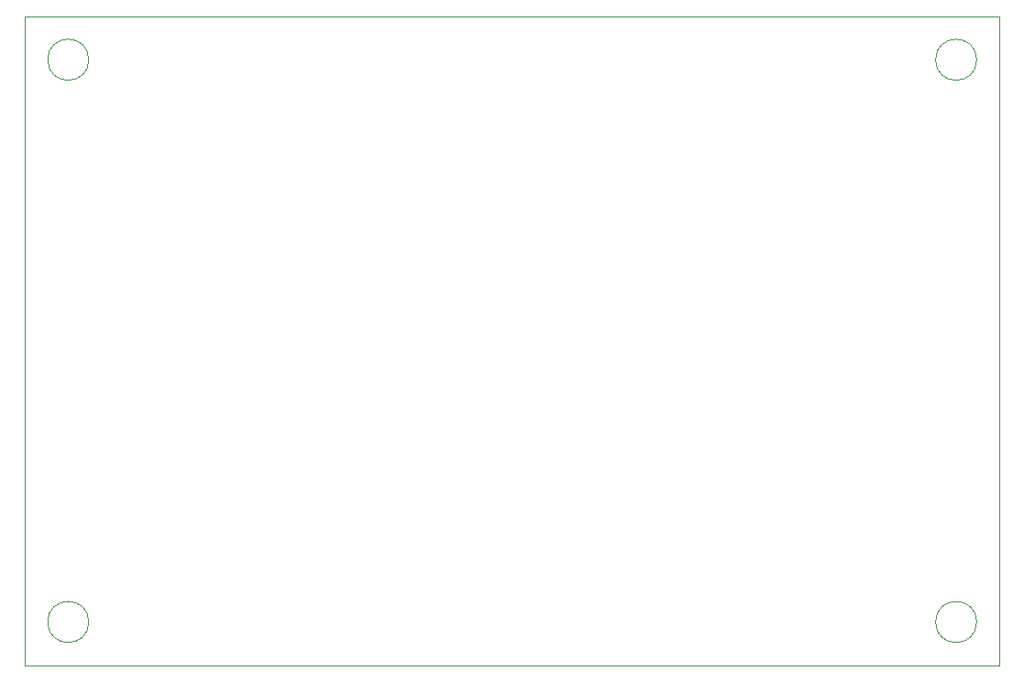
<source format=gbr>
%TF.GenerationSoftware,KiCad,Pcbnew,7.0.5-0*%
%TF.CreationDate,2024-01-28T18:46:13+01:00*%
%TF.ProjectId,controller,636f6e74-726f-46c6-9c65-722e6b696361,1.0.0*%
%TF.SameCoordinates,Original*%
%TF.FileFunction,Profile,NP*%
%FSLAX46Y46*%
G04 Gerber Fmt 4.6, Leading zero omitted, Abs format (unit mm)*
G04 Created by KiCad (PCBNEW 7.0.5-0) date 2024-01-28 18:46:13*
%MOMM*%
%LPD*%
G01*
G04 APERTURE LIST*
%TA.AperFunction,Profile*%
%ADD10C,0.100000*%
%TD*%
G04 APERTURE END LIST*
D10*
X115900000Y-116000000D02*
G75*
G03*
X115900000Y-116000000I-1900000J0D01*
G01*
X110000000Y-60000000D02*
X200000000Y-60000000D01*
X200000000Y-120000000D01*
X110000000Y-120000000D01*
X110000000Y-60000000D01*
X197900000Y-116000000D02*
G75*
G03*
X197900000Y-116000000I-1900000J0D01*
G01*
X115900000Y-64000000D02*
G75*
G03*
X115900000Y-64000000I-1900000J0D01*
G01*
X197900000Y-64000000D02*
G75*
G03*
X197900000Y-64000000I-1900000J0D01*
G01*
M02*

</source>
